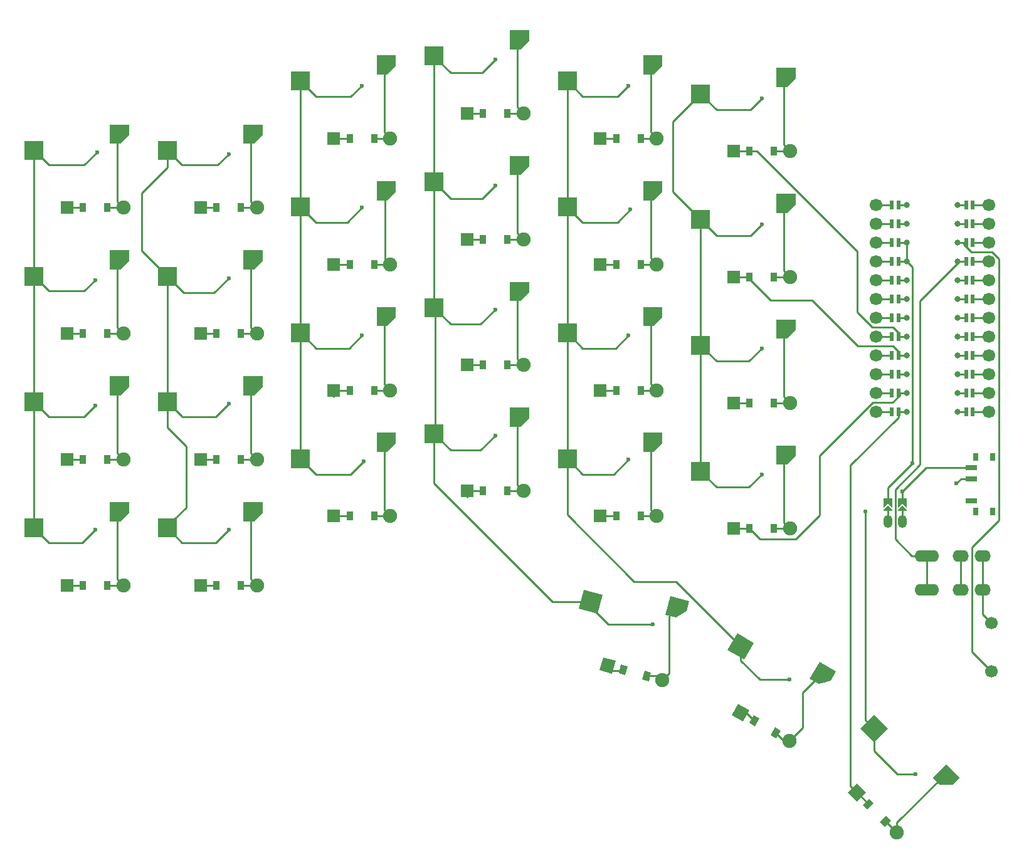
<source format=gtl>
G04 #@! TF.GenerationSoftware,KiCad,Pcbnew,8.0.8+1*
G04 #@! TF.CreationDate,2025-03-13T20:36:31+00:00*
G04 #@! TF.ProjectId,board,626f6172-642e-46b6-9963-61645f706362,0.1*
G04 #@! TF.SameCoordinates,Original*
G04 #@! TF.FileFunction,Copper,L1,Top*
G04 #@! TF.FilePolarity,Positive*
%FSLAX46Y46*%
G04 Gerber Fmt 4.6, Leading zero omitted, Abs format (unit mm)*
G04 Created by KiCad (PCBNEW 8.0.8+1) date 2025-03-13 20:36:31*
%MOMM*%
%LPD*%
G01*
G04 APERTURE LIST*
G04 #@! TA.AperFunction,ComponentPad*
%ADD10R,1.778000X1.778000*%
G04 #@! TD*
G04 #@! TA.AperFunction,SMDPad,CuDef*
%ADD11R,0.900000X1.200000*%
G04 #@! TD*
G04 #@! TA.AperFunction,ComponentPad*
%ADD12C,1.905000*%
G04 #@! TD*
G04 #@! TA.AperFunction,ComponentPad*
%ADD13O,1.200000X1.750000*%
G04 #@! TD*
G04 #@! TA.AperFunction,ComponentPad*
%ADD14C,1.700000*%
G04 #@! TD*
G04 #@! TA.AperFunction,SMDPad,CuDef*
%ADD15R,0.800000X1.000000*%
G04 #@! TD*
G04 #@! TA.AperFunction,SMDPad,CuDef*
%ADD16R,1.500000X0.700000*%
G04 #@! TD*
G04 #@! TA.AperFunction,SMDPad,CuDef*
%ADD17R,0.600000X1.200000*%
G04 #@! TD*
G04 #@! TA.AperFunction,ComponentPad*
%ADD18C,0.800000*%
G04 #@! TD*
G04 #@! TA.AperFunction,ComponentPad*
%ADD19O,2.200000X1.600000*%
G04 #@! TD*
G04 #@! TA.AperFunction,ComponentPad*
%ADD20O,3.300000X1.600000*%
G04 #@! TD*
G04 #@! TA.AperFunction,SMDPad,CuDef*
%ADD21R,2.600000X2.600000*%
G04 #@! TD*
G04 #@! TA.AperFunction,ViaPad*
%ADD22C,0.600000*%
G04 #@! TD*
G04 #@! TA.AperFunction,ViaPad*
%ADD23C,0.560000*%
G04 #@! TD*
G04 #@! TA.AperFunction,Conductor*
%ADD24C,0.250000*%
G04 #@! TD*
G04 APERTURE END LIST*
D10*
X136190000Y-112350000D03*
D11*
X138350000Y-112350000D03*
X141650000Y-112350000D03*
D12*
X143810000Y-112350000D03*
D10*
X118190000Y-127650000D03*
D11*
X120350000Y-127650000D03*
X123650000Y-127650000D03*
D12*
X125810000Y-127650000D03*
G04 #@! TA.AperFunction,SMDPad,CuDef*
G36*
X159600000Y-143534000D02*
G01*
X159000000Y-142934000D01*
X158400000Y-143534000D01*
X158400000Y-142284000D01*
X159600000Y-142284000D01*
X159600000Y-143534000D01*
G37*
G04 #@! TD.AperFunction*
G04 #@! TA.AperFunction,SMDPad,CuDef*
G36*
X157600000Y-143534000D02*
G01*
X157000000Y-142934000D01*
X156400000Y-143534000D01*
X156400000Y-142284000D01*
X157600000Y-142284000D01*
X157600000Y-143534000D01*
G37*
G04 #@! TD.AperFunction*
D13*
X159000000Y-145350000D03*
X157000000Y-145350000D03*
G04 #@! TA.AperFunction,SMDPad,CuDef*
G36*
X159600000Y-143750000D02*
G01*
X159600000Y-143950000D01*
X158400000Y-143950000D01*
X158400000Y-143750000D01*
X159000000Y-143150000D01*
X159600000Y-143750000D01*
G37*
G04 #@! TD.AperFunction*
G04 #@! TA.AperFunction,SMDPad,CuDef*
G36*
X157600000Y-143750000D02*
G01*
X157600000Y-143950000D01*
X156400000Y-143950000D01*
X156400000Y-143750000D01*
X157000000Y-143150000D01*
X157600000Y-143750000D01*
G37*
G04 #@! TD.AperFunction*
D10*
X46190000Y-137000000D03*
D11*
X48350000Y-137000000D03*
X51650000Y-137000000D03*
D12*
X53810000Y-137000000D03*
D10*
X82190000Y-144650000D03*
D11*
X84350000Y-144650000D03*
X87650000Y-144650000D03*
D12*
X89810000Y-144650000D03*
D10*
X136190000Y-146350000D03*
D11*
X138350000Y-146350000D03*
X141650000Y-146350000D03*
D12*
X143810000Y-146350000D03*
G04 #@! TA.AperFunction,ComponentPad*
G36*
X151569787Y-181996623D02*
G01*
X152827023Y-180739387D01*
X154084259Y-181996623D01*
X152827023Y-183253859D01*
X151569787Y-181996623D01*
G37*
G04 #@! TD.AperFunction*
G04 #@! TA.AperFunction,SMDPad,CuDef*
G36*
X153611912Y-183630040D02*
G01*
X154460440Y-182781512D01*
X155096836Y-183417908D01*
X154248308Y-184266436D01*
X153611912Y-183630040D01*
G37*
G04 #@! TD.AperFunction*
G04 #@! TA.AperFunction,SMDPad,CuDef*
G36*
X155945364Y-185963492D02*
G01*
X156793892Y-185114964D01*
X157430288Y-185751360D01*
X156581760Y-186599888D01*
X155945364Y-185963492D01*
G37*
G04 #@! TD.AperFunction*
X158215177Y-187384777D03*
D10*
X82190000Y-93650000D03*
D11*
X84350000Y-93650000D03*
X87650000Y-93650000D03*
D12*
X89810000Y-93650000D03*
D10*
X136190000Y-95350000D03*
D11*
X138350000Y-95350000D03*
X141650000Y-95350000D03*
D12*
X143810000Y-95350000D03*
D10*
X82190000Y-110650000D03*
D11*
X84350000Y-110650000D03*
X87650000Y-110650000D03*
D12*
X89810000Y-110650000D03*
D10*
X64190000Y-103000000D03*
D11*
X66350000Y-103000000D03*
X69650000Y-103000000D03*
D12*
X71810000Y-103000000D03*
D10*
X64190000Y-154000000D03*
D11*
X66350000Y-154000000D03*
X69650000Y-154000000D03*
D12*
X71810000Y-154000000D03*
D14*
X171000000Y-165600000D03*
X171000000Y-159100000D03*
D15*
X168915000Y-136700000D03*
X168915000Y-144000000D03*
X171125000Y-136700000D03*
X171125000Y-144000000D03*
D16*
X168265000Y-142600000D03*
X168265000Y-139600000D03*
X168265000Y-138100000D03*
D10*
X64190000Y-137000000D03*
D11*
X66350000Y-137000000D03*
X69650000Y-137000000D03*
D12*
X71810000Y-137000000D03*
D10*
X118190000Y-144650000D03*
D11*
X120350000Y-144650000D03*
X123650000Y-144650000D03*
D12*
X125810000Y-144650000D03*
G04 #@! TA.AperFunction,ComponentPad*
G36*
X135916946Y-171531997D02*
G01*
X136805946Y-169992203D01*
X138345740Y-170881203D01*
X137456740Y-172420997D01*
X135916946Y-171531997D01*
G37*
G04 #@! TD.AperFunction*
G04 #@! TA.AperFunction,SMDPad,CuDef*
G36*
X138312247Y-172581215D02*
G01*
X138912247Y-171541985D01*
X139691669Y-171991985D01*
X139091669Y-173031215D01*
X138312247Y-172581215D01*
G37*
G04 #@! TD.AperFunction*
G04 #@! TA.AperFunction,SMDPad,CuDef*
G36*
X141170131Y-174231215D02*
G01*
X141770131Y-173191985D01*
X142549553Y-173641985D01*
X141949553Y-174681215D01*
X141170131Y-174231215D01*
G37*
G04 #@! TD.AperFunction*
X143730457Y-175016600D03*
D17*
X168480000Y-102650000D03*
D14*
X170620000Y-102650000D03*
D17*
X168480000Y-105190000D03*
D14*
X170620000Y-105190000D03*
D17*
X168480000Y-107730000D03*
D14*
X170620000Y-107730000D03*
D17*
X168480000Y-110270000D03*
D14*
X170620000Y-110270000D03*
D17*
X168480000Y-112810000D03*
D14*
X170620000Y-112810000D03*
D17*
X168480000Y-115350000D03*
D14*
X170620000Y-115350000D03*
D17*
X168480000Y-117890000D03*
D14*
X170620000Y-117890000D03*
D17*
X168480000Y-120430000D03*
D14*
X170620000Y-120430000D03*
D17*
X168480000Y-122970000D03*
D14*
X170620000Y-122970000D03*
D17*
X168480000Y-125510000D03*
D14*
X170620000Y-125510000D03*
D17*
X168480000Y-128050000D03*
D14*
X170620000Y-128050000D03*
D17*
X168480000Y-130590000D03*
D14*
X170620000Y-130590000D03*
X155380000Y-130590000D03*
D17*
X157520000Y-130590000D03*
D14*
X155380000Y-128050000D03*
D17*
X157520000Y-128050000D03*
D14*
X155380000Y-125510000D03*
D17*
X157520000Y-125510000D03*
D14*
X155380000Y-122970000D03*
D17*
X157520000Y-122970000D03*
D14*
X155380000Y-120430000D03*
D17*
X157520000Y-120430000D03*
D14*
X155380000Y-117890000D03*
D17*
X157520000Y-117890000D03*
D14*
X155380000Y-115350000D03*
D17*
X157520000Y-115350000D03*
D14*
X155380000Y-112810000D03*
D17*
X157520000Y-112810000D03*
D14*
X155380000Y-110270000D03*
D17*
X157520000Y-110270000D03*
D14*
X155380000Y-107730000D03*
D17*
X157520000Y-107730000D03*
D14*
X155380000Y-105190000D03*
D17*
X157520000Y-105190000D03*
D14*
X155380000Y-102650000D03*
D17*
X157520000Y-102650000D03*
D18*
X166400000Y-102650000D03*
D17*
X167580000Y-102650000D03*
D18*
X166400000Y-105190000D03*
D17*
X167580000Y-105190000D03*
D18*
X166400000Y-107730000D03*
D17*
X167580000Y-107730000D03*
D18*
X166400000Y-110270000D03*
D17*
X167580000Y-110270000D03*
D18*
X166400000Y-112810000D03*
D17*
X167580000Y-112810000D03*
D18*
X166400000Y-115350000D03*
D17*
X167580000Y-115350000D03*
D18*
X166400000Y-117890000D03*
D17*
X167580000Y-117890000D03*
D18*
X166400000Y-120430000D03*
D17*
X167580000Y-120430000D03*
D18*
X166400000Y-122970000D03*
D17*
X167580000Y-122970000D03*
D18*
X166400000Y-125510000D03*
D17*
X167580000Y-125510000D03*
D18*
X166400000Y-128050000D03*
D17*
X167580000Y-128050000D03*
D18*
X166400000Y-130590000D03*
D17*
X167580000Y-130590000D03*
X158420000Y-130590000D03*
D18*
X159600000Y-130590000D03*
D17*
X158420000Y-128050000D03*
D18*
X159600000Y-128050000D03*
D17*
X158420000Y-125510000D03*
D18*
X159600000Y-125510000D03*
D17*
X158420000Y-122970000D03*
D18*
X159600000Y-122970000D03*
D17*
X158420000Y-120430000D03*
D18*
X159600000Y-120430000D03*
D17*
X158420000Y-117890000D03*
D18*
X159600000Y-117890000D03*
D17*
X158420000Y-115350000D03*
D18*
X159600000Y-115350000D03*
D17*
X158420000Y-112810000D03*
D18*
X159600000Y-112810000D03*
D17*
X158420000Y-110270000D03*
D18*
X159600000Y-110270000D03*
D17*
X158420000Y-107730000D03*
D18*
X159600000Y-107730000D03*
D17*
X158420000Y-105190000D03*
D18*
X159600000Y-105190000D03*
D17*
X158420000Y-102650000D03*
D18*
X159600000Y-102650000D03*
D10*
X82190000Y-127650000D03*
D11*
X84350000Y-127650000D03*
X87650000Y-127650000D03*
D12*
X89810000Y-127650000D03*
D10*
X100190000Y-90250000D03*
D11*
X102350000Y-90250000D03*
X105650000Y-90250000D03*
D12*
X107810000Y-90250000D03*
D10*
X46190000Y-103000000D03*
D11*
X48350000Y-103000000D03*
X51650000Y-103000000D03*
D12*
X53810000Y-103000000D03*
D10*
X136190000Y-129350000D03*
D11*
X138350000Y-129350000D03*
X141650000Y-129350000D03*
D12*
X143810000Y-129350000D03*
D10*
X100190000Y-141250000D03*
D11*
X102350000Y-141250000D03*
X105650000Y-141250000D03*
D12*
X107810000Y-141250000D03*
G04 #@! TA.AperFunction,ComponentPad*
G36*
X118089025Y-165475216D02*
G01*
X118549205Y-163757800D01*
X120266621Y-164217980D01*
X119806441Y-165935396D01*
X118089025Y-165475216D01*
G37*
G04 #@! TD.AperFunction*
G04 #@! TA.AperFunction,SMDPad,CuDef*
G36*
X120674264Y-165868737D02*
G01*
X120984847Y-164709626D01*
X121854180Y-164942563D01*
X121543597Y-166101674D01*
X120674264Y-165868737D01*
G37*
G04 #@! TD.AperFunction*
G04 #@! TA.AperFunction,SMDPad,CuDef*
G36*
X123861820Y-166722837D02*
G01*
X124172403Y-165563726D01*
X125041736Y-165796663D01*
X124731153Y-166955774D01*
X123861820Y-166722837D01*
G37*
G04 #@! TD.AperFunction*
X126538177Y-166818802D03*
D10*
X46190000Y-120000000D03*
D11*
X48350000Y-120000000D03*
X51650000Y-120000000D03*
D12*
X53810000Y-120000000D03*
D10*
X118190000Y-93650000D03*
D11*
X120350000Y-93650000D03*
X123650000Y-93650000D03*
D12*
X125810000Y-93650000D03*
D10*
X100190000Y-107250000D03*
D11*
X102350000Y-107250000D03*
X105650000Y-107250000D03*
D12*
X107810000Y-107250000D03*
D10*
X100190000Y-124250000D03*
D11*
X102350000Y-124250000D03*
X105650000Y-124250000D03*
D12*
X107810000Y-124250000D03*
D10*
X64190000Y-120000000D03*
D11*
X66350000Y-120000000D03*
X69650000Y-120000000D03*
D12*
X71810000Y-120000000D03*
D10*
X118190000Y-110650000D03*
D11*
X120350000Y-110650000D03*
X123650000Y-110650000D03*
D12*
X125810000Y-110650000D03*
D19*
X169800000Y-150050000D03*
X169800000Y-154650000D03*
X166800000Y-150050000D03*
X166800000Y-154650000D03*
D20*
X162250000Y-150050000D03*
X162250000Y-154650000D03*
D10*
X46190000Y-154000000D03*
D11*
X48350000Y-154000000D03*
X51650000Y-154000000D03*
D12*
X53810000Y-154000000D03*
G04 #@! TA.AperFunction,SMDPad,CuDef*
G36*
X105975000Y-130000000D02*
G01*
X108575000Y-130000000D01*
X108575000Y-131417000D01*
X107392000Y-132600000D01*
X105975000Y-132600000D01*
X105975000Y-130000000D01*
G37*
G04 #@! TD.AperFunction*
D21*
X95725000Y-133500000D03*
G04 #@! TA.AperFunction,SMDPad,CuDef*
G36*
X51975000Y-142750000D02*
G01*
X54575000Y-142750000D01*
X54575000Y-144167000D01*
X53392000Y-145350000D01*
X51975000Y-145350000D01*
X51975000Y-142750000D01*
G37*
G04 #@! TD.AperFunction*
X41725000Y-146250000D03*
G04 #@! TA.AperFunction,SMDPad,CuDef*
G36*
X141975000Y-135100000D02*
G01*
X144575000Y-135100000D01*
X144575000Y-136517000D01*
X143392000Y-137700000D01*
X141975000Y-137700000D01*
X141975000Y-135100000D01*
G37*
G04 #@! TD.AperFunction*
X131725000Y-138600000D03*
G04 #@! TA.AperFunction,SMDPad,CuDef*
G36*
X123975000Y-133400000D02*
G01*
X126575000Y-133400000D01*
X126575000Y-134817000D01*
X125392000Y-136000000D01*
X123975000Y-136000000D01*
X123975000Y-133400000D01*
G37*
G04 #@! TD.AperFunction*
X113725000Y-136900000D03*
G04 #@! TA.AperFunction,SMDPad,CuDef*
G36*
X87975000Y-133400000D02*
G01*
X90575000Y-133400000D01*
X90575000Y-134817000D01*
X89392000Y-136000000D01*
X87975000Y-136000000D01*
X87975000Y-133400000D01*
G37*
G04 #@! TD.AperFunction*
X77725000Y-136900000D03*
G04 #@! TA.AperFunction,SMDPad,CuDef*
G36*
X105975000Y-96000000D02*
G01*
X108575000Y-96000000D01*
X108575000Y-97417000D01*
X107392000Y-98600000D01*
X105975000Y-98600000D01*
X105975000Y-96000000D01*
G37*
G04 #@! TD.AperFunction*
X95725000Y-99500000D03*
G04 #@! TA.AperFunction,SMDPad,CuDef*
G36*
X123975000Y-116400000D02*
G01*
X126575000Y-116400000D01*
X126575000Y-117817000D01*
X125392000Y-119000000D01*
X123975000Y-119000000D01*
X123975000Y-116400000D01*
G37*
G04 #@! TD.AperFunction*
X113725000Y-119900000D03*
G04 #@! TA.AperFunction,SMDPad,CuDef*
G36*
X147766300Y-164356316D02*
G01*
X150017966Y-165656316D01*
X149309466Y-166883474D01*
X147693458Y-167316482D01*
X146466300Y-166607982D01*
X147766300Y-164356316D01*
G37*
G04 #@! TD.AperFunction*
G04 #@! TA.AperFunction,SMDPad,CuDef*
G36*
X135363707Y-162738238D02*
G01*
X136663707Y-160486572D01*
X138915373Y-161786572D01*
X137615373Y-164038238D01*
X135363707Y-162738238D01*
G37*
G04 #@! TD.AperFunction*
G04 #@! TA.AperFunction,SMDPad,CuDef*
G36*
X123975000Y-99400000D02*
G01*
X126575000Y-99400000D01*
X126575000Y-100817000D01*
X125392000Y-102000000D01*
X123975000Y-102000000D01*
X123975000Y-99400000D01*
G37*
G04 #@! TD.AperFunction*
X113725000Y-102900000D03*
G04 #@! TA.AperFunction,SMDPad,CuDef*
G36*
X87975000Y-116400000D02*
G01*
X90575000Y-116400000D01*
X90575000Y-117817000D01*
X89392000Y-119000000D01*
X87975000Y-119000000D01*
X87975000Y-116400000D01*
G37*
G04 #@! TD.AperFunction*
X77725000Y-119900000D03*
G04 #@! TA.AperFunction,SMDPad,CuDef*
G36*
X87975000Y-99400000D02*
G01*
X90575000Y-99400000D01*
X90575000Y-100817000D01*
X89392000Y-102000000D01*
X87975000Y-102000000D01*
X87975000Y-99400000D01*
G37*
G04 #@! TD.AperFunction*
X77725000Y-102900000D03*
G04 #@! TA.AperFunction,SMDPad,CuDef*
G36*
X141975000Y-118100000D02*
G01*
X144575000Y-118100000D01*
X144575000Y-119517000D01*
X143392000Y-120700000D01*
X141975000Y-120700000D01*
X141975000Y-118100000D01*
G37*
G04 #@! TD.AperFunction*
X131725000Y-121600000D03*
G04 #@! TA.AperFunction,SMDPad,CuDef*
G36*
X51975000Y-125750000D02*
G01*
X54575000Y-125750000D01*
X54575000Y-127167000D01*
X53392000Y-128350000D01*
X51975000Y-128350000D01*
X51975000Y-125750000D01*
G37*
G04 #@! TD.AperFunction*
X41725000Y-129250000D03*
G04 #@! TA.AperFunction,SMDPad,CuDef*
G36*
X123975000Y-82400000D02*
G01*
X126575000Y-82400000D01*
X126575000Y-83817000D01*
X125392000Y-85000000D01*
X123975000Y-85000000D01*
X123975000Y-82400000D01*
G37*
G04 #@! TD.AperFunction*
X113725000Y-85900000D03*
G04 #@! TA.AperFunction,SMDPad,CuDef*
G36*
X87975000Y-82400000D02*
G01*
X90575000Y-82400000D01*
X90575000Y-83817000D01*
X89392000Y-85000000D01*
X87975000Y-85000000D01*
X87975000Y-82400000D01*
G37*
G04 #@! TD.AperFunction*
X77725000Y-85900000D03*
G04 #@! TA.AperFunction,SMDPad,CuDef*
G36*
X69975000Y-125750000D02*
G01*
X72575000Y-125750000D01*
X72575000Y-127167000D01*
X71392000Y-128350000D01*
X69975000Y-128350000D01*
X69975000Y-125750000D01*
G37*
G04 #@! TD.AperFunction*
X59725000Y-129250000D03*
G04 #@! TA.AperFunction,SMDPad,CuDef*
G36*
X105975000Y-113000000D02*
G01*
X108575000Y-113000000D01*
X108575000Y-114417000D01*
X107392000Y-115600000D01*
X105975000Y-115600000D01*
X105975000Y-113000000D01*
G37*
G04 #@! TD.AperFunction*
X95725000Y-116500000D03*
G04 #@! TA.AperFunction,SMDPad,CuDef*
G36*
X69975000Y-91750000D02*
G01*
X72575000Y-91750000D01*
X72575000Y-93167000D01*
X71392000Y-94350000D01*
X69975000Y-94350000D01*
X69975000Y-91750000D01*
G37*
G04 #@! TD.AperFunction*
X59725000Y-95250000D03*
G04 #@! TA.AperFunction,SMDPad,CuDef*
G36*
X51975000Y-108750000D02*
G01*
X54575000Y-108750000D01*
X54575000Y-110167000D01*
X53392000Y-111350000D01*
X51975000Y-111350000D01*
X51975000Y-108750000D01*
G37*
G04 #@! TD.AperFunction*
X41725000Y-112250000D03*
G04 #@! TA.AperFunction,SMDPad,CuDef*
G36*
X141975000Y-101100000D02*
G01*
X144575000Y-101100000D01*
X144575000Y-102517000D01*
X143392000Y-103700000D01*
X141975000Y-103700000D01*
X141975000Y-101100000D01*
G37*
G04 #@! TD.AperFunction*
X131725000Y-104600000D03*
G04 #@! TA.AperFunction,SMDPad,CuDef*
G36*
X127677441Y-155477206D02*
G01*
X130188848Y-156150135D01*
X129822102Y-157518852D01*
X128373229Y-158355359D01*
X127004512Y-157988613D01*
X127677441Y-155477206D01*
G37*
G04 #@! TD.AperFunction*
G04 #@! TA.AperFunction,SMDPad,CuDef*
G36*
X115278667Y-157124290D02*
G01*
X115951596Y-154612883D01*
X118463003Y-155285812D01*
X117790074Y-157797219D01*
X115278667Y-157124290D01*
G37*
G04 #@! TD.AperFunction*
G04 #@! TA.AperFunction,SMDPad,CuDef*
G36*
X51975000Y-91750000D02*
G01*
X54575000Y-91750000D01*
X54575000Y-93167000D01*
X53392000Y-94350000D01*
X51975000Y-94350000D01*
X51975000Y-91750000D01*
G37*
G04 #@! TD.AperFunction*
X41725000Y-95250000D03*
G04 #@! TA.AperFunction,SMDPad,CuDef*
G36*
X69975000Y-108750000D02*
G01*
X72575000Y-108750000D01*
X72575000Y-110167000D01*
X71392000Y-111350000D01*
X69975000Y-111350000D01*
X69975000Y-108750000D01*
G37*
G04 #@! TD.AperFunction*
X59725000Y-112250000D03*
G04 #@! TA.AperFunction,SMDPad,CuDef*
G36*
X164872560Y-178132311D02*
G01*
X166711038Y-179970789D01*
X165709067Y-180972759D01*
X164036053Y-180972759D01*
X163034082Y-179970789D01*
X164872560Y-178132311D01*
G37*
G04 #@! TD.AperFunction*
G04 #@! TA.AperFunction,SMDPad,CuDef*
G36*
X153311364Y-173359341D02*
G01*
X155149842Y-171520863D01*
X156988320Y-173359341D01*
X155149842Y-175197819D01*
X153311364Y-173359341D01*
G37*
G04 #@! TD.AperFunction*
G04 #@! TA.AperFunction,SMDPad,CuDef*
G36*
X69975000Y-142750000D02*
G01*
X72575000Y-142750000D01*
X72575000Y-144167000D01*
X71392000Y-145350000D01*
X69975000Y-145350000D01*
X69975000Y-142750000D01*
G37*
G04 #@! TD.AperFunction*
X59725000Y-146250000D03*
G04 #@! TA.AperFunction,SMDPad,CuDef*
G36*
X141975000Y-84100000D02*
G01*
X144575000Y-84100000D01*
X144575000Y-85517000D01*
X143392000Y-86700000D01*
X141975000Y-86700000D01*
X141975000Y-84100000D01*
G37*
G04 #@! TD.AperFunction*
X131725000Y-87600000D03*
G04 #@! TA.AperFunction,SMDPad,CuDef*
G36*
X105975000Y-79000000D02*
G01*
X108575000Y-79000000D01*
X108575000Y-80417000D01*
X107392000Y-81600000D01*
X105975000Y-81600000D01*
X105975000Y-79000000D01*
G37*
G04 #@! TD.AperFunction*
X95725000Y-82500000D03*
D22*
X50250000Y-95500000D03*
X50000000Y-129750000D03*
X50000000Y-146500000D03*
X50000000Y-112750000D03*
X160330000Y-137488300D03*
X68000000Y-112500000D03*
X68000000Y-146500000D03*
X68000000Y-129500000D03*
X68000000Y-95750000D03*
X86250000Y-137250000D03*
X86000000Y-86500000D03*
X86000000Y-103000000D03*
X86000000Y-120250000D03*
X104000000Y-133750000D03*
X125250000Y-159250000D03*
X104000000Y-100000000D03*
X104000000Y-83000000D03*
X104000000Y-116750000D03*
X122000000Y-120250000D03*
X143750000Y-166750000D03*
X122000000Y-86500000D03*
X122000000Y-137000000D03*
X122250000Y-103250000D03*
D23*
X153999600Y-144064000D03*
D22*
X140000000Y-139000000D03*
X160750000Y-179500000D03*
X140000000Y-122000000D03*
X140000000Y-105250000D03*
X140000000Y-88250000D03*
X166250000Y-140250000D03*
X159000000Y-141308000D03*
D24*
X51650000Y-154000000D02*
X53810000Y-154000000D01*
X53275000Y-144050000D02*
X53000000Y-144325000D01*
X53000000Y-144325000D02*
X53000000Y-153190000D01*
X53000000Y-153190000D02*
X53810000Y-154000000D01*
X48250000Y-148250000D02*
X43725000Y-148250000D01*
X43725000Y-97250000D02*
X42437400Y-95962400D01*
X42437400Y-112962400D02*
X43725000Y-114250000D01*
X50250000Y-95500000D02*
X48500000Y-97250000D01*
X43725000Y-114250000D02*
X48500000Y-114250000D01*
X167580000Y-112810000D02*
X166400000Y-112810000D01*
X167580000Y-112810000D02*
X166400000Y-112810000D01*
X42437400Y-129962400D02*
X41725000Y-129250000D01*
X50000000Y-129750000D02*
X48500000Y-131250000D01*
X48500000Y-97250000D02*
X43725000Y-97250000D01*
X50000000Y-146500000D02*
X48250000Y-148250000D01*
X41725000Y-112250000D02*
X41725000Y-95250000D01*
X41725000Y-112250000D02*
X42437400Y-112962400D01*
X167580000Y-112810000D02*
X166400000Y-112810000D01*
X41725000Y-129250000D02*
X41725000Y-112250000D01*
X167580000Y-112810000D02*
X166400000Y-112810000D01*
X167580000Y-112810000D02*
X166400000Y-112810000D01*
X42437400Y-95962400D02*
X41725000Y-95250000D01*
X41725000Y-146250000D02*
X41725000Y-129250000D01*
X43725000Y-148250000D02*
X41725000Y-146250000D01*
X43725000Y-131250000D02*
X42437400Y-129962400D01*
X167580000Y-112810000D02*
X166400000Y-112810000D01*
X48500000Y-131250000D02*
X43725000Y-131250000D01*
X48500000Y-114250000D02*
X50000000Y-112750000D01*
X159010000Y-107730000D02*
X159600000Y-107730000D01*
X159600000Y-110270000D02*
X159600000Y-107730000D01*
X158420000Y-110270000D02*
X159010000Y-110270000D01*
X158420000Y-107730000D02*
X159010000Y-107730000D01*
X158420000Y-107730000D02*
X159010000Y-107730000D01*
X157000000Y-140818300D02*
X157000000Y-141957100D01*
X169800000Y-157900000D02*
X171000000Y-159100000D01*
X159010000Y-107730000D02*
X159600000Y-107730000D01*
X160330000Y-111000000D02*
X160330000Y-137488300D01*
X159010000Y-107730000D02*
X159600000Y-107730000D01*
X169800000Y-150050000D02*
X169800000Y-154650000D01*
X158420000Y-107730000D02*
X159010000Y-107730000D01*
X158420000Y-110270000D02*
X159010000Y-110270000D01*
X159010000Y-110270000D02*
X159600000Y-110270000D01*
X167580000Y-105190000D02*
X166400000Y-105190000D01*
X158420000Y-110270000D02*
X159010000Y-110270000D01*
X158420000Y-110270000D02*
X159010000Y-110270000D01*
X159010000Y-110270000D02*
X159600000Y-110270000D01*
X167580000Y-105190000D02*
X166400000Y-105190000D01*
X159010000Y-107730000D02*
X159600000Y-107730000D01*
X169800000Y-154650000D02*
X169800000Y-157900000D01*
X158420000Y-110270000D02*
X159010000Y-110270000D01*
X159600000Y-110270000D02*
X160330000Y-111000000D01*
X158420000Y-107730000D02*
X159010000Y-107730000D01*
X159010000Y-107730000D02*
X159600000Y-107730000D01*
X158420000Y-107730000D02*
X159010000Y-107730000D01*
X167580000Y-105190000D02*
X166400000Y-105190000D01*
X159010000Y-110270000D02*
X159600000Y-110270000D01*
X159010000Y-110270000D02*
X159600000Y-110270000D01*
X160330000Y-137488300D02*
X157000000Y-140818300D01*
X159010000Y-110270000D02*
X159600000Y-110270000D01*
X157000000Y-142534000D02*
X157000000Y-141957100D01*
X159010000Y-110270000D02*
X159600000Y-110270000D01*
X158420000Y-110270000D02*
X159010000Y-110270000D01*
X158420000Y-107730000D02*
X159010000Y-107730000D01*
X159010000Y-107730000D02*
X159600000Y-107730000D01*
X167580000Y-105190000D02*
X166400000Y-105190000D01*
X167580000Y-105190000D02*
X166400000Y-105190000D01*
X167580000Y-105190000D02*
X166400000Y-105190000D01*
X53000000Y-136190000D02*
X53810000Y-137000000D01*
X53275000Y-127050000D02*
X53000000Y-127325000D01*
X53810000Y-137000000D02*
X51650000Y-137000000D01*
X53000000Y-127325000D02*
X53000000Y-136190000D01*
X53275000Y-110050000D02*
X53000000Y-110325000D01*
X53000000Y-119190000D02*
X53810000Y-120000000D01*
X53810000Y-120000000D02*
X51650000Y-120000000D01*
X53000000Y-110325000D02*
X53000000Y-119190000D01*
X53000000Y-93325000D02*
X53000000Y-102190000D01*
X53810000Y-103000000D02*
X51650000Y-103000000D01*
X53275000Y-93050000D02*
X53000000Y-93325000D01*
X53000000Y-102190000D02*
X53810000Y-103000000D01*
X71275000Y-144050000D02*
X71000000Y-144325000D01*
X71810000Y-154000000D02*
X69650000Y-154000000D01*
X71000000Y-144325000D02*
X71000000Y-153190000D01*
X71000000Y-153190000D02*
X71810000Y-154000000D01*
X61725000Y-97250000D02*
X61149800Y-96674800D01*
X66250000Y-148250000D02*
X61725000Y-148250000D01*
X68000000Y-129500000D02*
X66250000Y-131250000D01*
X167580000Y-115350000D02*
X166400000Y-115350000D01*
X62250000Y-135250000D02*
X59725000Y-132725000D01*
X61975000Y-114500000D02*
X60675000Y-113200000D01*
X167580000Y-115350000D02*
X166400000Y-115350000D01*
X60675000Y-147200000D02*
X60675000Y-145075000D01*
X59725000Y-112725200D02*
X59725000Y-129250000D01*
X59725000Y-97525000D02*
X59725000Y-95250000D01*
X61662300Y-131187300D02*
X59725000Y-129250000D01*
X62250000Y-143500000D02*
X62250000Y-135250000D01*
X167580000Y-115350000D02*
X166400000Y-115350000D01*
X167580000Y-115350000D02*
X166400000Y-115350000D01*
X61725000Y-148250000D02*
X60675000Y-147200000D01*
X61725000Y-131250000D02*
X61662300Y-131187300D01*
X59962600Y-112487600D02*
X59725000Y-112725200D01*
X66000000Y-114500000D02*
X61975000Y-114500000D01*
X68000000Y-95750000D02*
X66500000Y-97250000D01*
X56250000Y-108775000D02*
X56250000Y-101000000D01*
X68000000Y-146500000D02*
X66250000Y-148250000D01*
X59962600Y-112487600D02*
X59725000Y-112250000D01*
X56250000Y-101000000D02*
X59725000Y-97525000D01*
X59725000Y-132725000D02*
X59725000Y-129250000D01*
X66500000Y-97250000D02*
X61725000Y-97250000D01*
X167580000Y-115350000D02*
X166400000Y-115350000D01*
X167580000Y-115350000D02*
X166400000Y-115350000D01*
X61149800Y-96674800D02*
X59725000Y-95250000D01*
X68000000Y-112500000D02*
X66000000Y-114500000D01*
X66250000Y-131250000D02*
X61725000Y-131250000D01*
X60675000Y-113200000D02*
X56250000Y-108775000D01*
X60675000Y-113200000D02*
X59962600Y-112487600D01*
X60675000Y-147200000D02*
X59725000Y-146250000D01*
X60675000Y-145075000D02*
X62250000Y-143500000D01*
X71275000Y-127050000D02*
X71000000Y-127325000D01*
X71000000Y-127325000D02*
X71000000Y-136190000D01*
X71000000Y-136190000D02*
X71810000Y-137000000D01*
X71810000Y-137000000D02*
X69650000Y-137000000D01*
X71275000Y-110050000D02*
X71000000Y-110325000D01*
X71000000Y-110325000D02*
X71000000Y-119190000D01*
X71810000Y-120000000D02*
X69650000Y-120000000D01*
X71000000Y-119190000D02*
X71810000Y-120000000D01*
X71810000Y-103000000D02*
X69650000Y-103000000D01*
X71000000Y-102190000D02*
X71810000Y-103000000D01*
X71000000Y-93325000D02*
X71000000Y-102190000D01*
X71275000Y-93050000D02*
X71000000Y-93325000D01*
X89275000Y-134700000D02*
X89000000Y-134975000D01*
X89000000Y-134975000D02*
X89000000Y-143840000D01*
X89000000Y-143840000D02*
X89810000Y-144650000D01*
X89810000Y-144650000D02*
X87650000Y-144650000D01*
X79825000Y-122000000D02*
X78437400Y-120612400D01*
X167580000Y-117890000D02*
X166400000Y-117890000D01*
X84250000Y-122000000D02*
X79825000Y-122000000D01*
X77725000Y-136900000D02*
X77725000Y-119900000D01*
X84500000Y-139000000D02*
X79825000Y-139000000D01*
X167580000Y-117890000D02*
X166400000Y-117890000D01*
X79825000Y-88000000D02*
X84500000Y-88000000D01*
X86000000Y-103000000D02*
X84000000Y-105000000D01*
X167580000Y-117890000D02*
X166400000Y-117890000D01*
X78081200Y-120256200D02*
X77725000Y-119900000D01*
X84500000Y-88000000D02*
X86000000Y-86500000D01*
X78437400Y-120612400D02*
X78081200Y-120256200D01*
X77725000Y-102900000D02*
X77725000Y-85900000D01*
X77725000Y-119900000D02*
X77725000Y-102900000D01*
X79662300Y-104837300D02*
X77725000Y-102900000D01*
X86000000Y-120250000D02*
X84250000Y-122000000D01*
X86250000Y-137250000D02*
X84500000Y-139000000D01*
X167580000Y-117890000D02*
X166400000Y-117890000D01*
X79512400Y-87687400D02*
X79825000Y-88000000D01*
X167580000Y-117890000D02*
X166400000Y-117890000D01*
X79825000Y-139000000D02*
X77725000Y-136900000D01*
X167580000Y-117890000D02*
X166400000Y-117890000D01*
X79825000Y-105000000D02*
X79662300Y-104837300D01*
X77725000Y-85900000D02*
X79512400Y-87687400D01*
X84000000Y-105000000D02*
X79825000Y-105000000D01*
X89000000Y-117975000D02*
X89000000Y-126840000D01*
X89275000Y-117700000D02*
X89000000Y-117975000D01*
X89810000Y-127650000D02*
X87650000Y-127650000D01*
X89000000Y-126840000D02*
X89810000Y-127650000D01*
X89121000Y-109961000D02*
X89810000Y-110650000D01*
X89121000Y-100854000D02*
X89121000Y-109961000D01*
X89810000Y-110650000D02*
X87650000Y-110650000D01*
X89275000Y-100700000D02*
X89121000Y-100854000D01*
X89810000Y-93650000D02*
X87650000Y-93650000D01*
X89000000Y-83975000D02*
X89000000Y-92840000D01*
X89275000Y-83700000D02*
X89000000Y-83975000D01*
X89000000Y-92840000D02*
X89810000Y-93650000D01*
X107810000Y-141250000D02*
X105650000Y-141250000D01*
X107000000Y-140440000D02*
X107000000Y-139900000D01*
X107000000Y-131575000D02*
X107275000Y-131300000D01*
X107810000Y-141250000D02*
X107000000Y-140440000D01*
X107000000Y-139900000D02*
X107000000Y-131575000D01*
X116871000Y-156871000D02*
X116871000Y-156538000D01*
X95725000Y-140225000D02*
X95725000Y-133500000D01*
X95889600Y-116664600D02*
X95725000Y-116500000D01*
X111705051Y-156205051D02*
X95725000Y-140225000D01*
X104000000Y-133750000D02*
X102000000Y-135750000D01*
X104000000Y-116750000D02*
X102000000Y-118750000D01*
X167580000Y-120430000D02*
X166400000Y-120430000D01*
X95725000Y-82500000D02*
X96437400Y-83212400D01*
X167580000Y-120430000D02*
X166400000Y-120430000D01*
X116870800Y-156537800D02*
X116870800Y-156205100D01*
X102250000Y-101750000D02*
X104000000Y-100000000D01*
X102250000Y-84750000D02*
X104000000Y-83000000D01*
X119250000Y-159250000D02*
X116871000Y-156871000D01*
X167580000Y-120430000D02*
X166400000Y-120430000D01*
X102000000Y-135750000D02*
X100875000Y-135750000D01*
X97975000Y-118750000D02*
X95725000Y-116500000D01*
X97975000Y-101750000D02*
X102250000Y-101750000D01*
X100875000Y-135750000D02*
X97975000Y-135750000D01*
X116871000Y-156538000D02*
X116871000Y-156205000D01*
X167580000Y-120430000D02*
X166400000Y-120430000D01*
X125250000Y-159250000D02*
X119250000Y-159250000D01*
X116870835Y-156205051D02*
X111705051Y-156205051D01*
X116871000Y-156538000D02*
X116870800Y-156537800D01*
X167580000Y-120430000D02*
X166400000Y-120430000D01*
X95725000Y-99500000D02*
X95725000Y-82500000D01*
X102000000Y-118750000D02*
X97975000Y-118750000D01*
X167580000Y-120430000D02*
X166400000Y-120430000D01*
X95889600Y-133664600D02*
X95889600Y-116664600D01*
X95889600Y-133664600D02*
X95725000Y-133500000D01*
X95725000Y-116500000D02*
X95725000Y-99500000D01*
X97975000Y-84750000D02*
X102250000Y-84750000D01*
X96437400Y-83212400D02*
X97975000Y-84750000D01*
X95725000Y-99500000D02*
X97975000Y-101750000D01*
X97975000Y-135750000D02*
X95889600Y-133664600D01*
X107000000Y-123440000D02*
X107810000Y-124250000D01*
X107275000Y-114300000D02*
X107000000Y-114575000D01*
X107000000Y-114575000D02*
X107000000Y-123440000D01*
X107810000Y-124250000D02*
X105650000Y-124250000D01*
X107000000Y-106440000D02*
X107810000Y-107250000D01*
X107810000Y-107250000D02*
X105650000Y-107250000D01*
X107275000Y-97300000D02*
X107000000Y-97575000D01*
X107000000Y-97575000D02*
X107000000Y-106440000D01*
X107810000Y-90250000D02*
X105650000Y-90250000D01*
X107000000Y-80575000D02*
X107000000Y-89440000D01*
X107000000Y-89440000D02*
X107810000Y-90250000D01*
X107275000Y-80300000D02*
X107000000Y-80575000D01*
X125810000Y-144650000D02*
X123650000Y-144650000D01*
X125275000Y-134700000D02*
X125000000Y-134975000D01*
X125000000Y-143840000D02*
X125810000Y-144650000D01*
X125000000Y-134975000D02*
X125000000Y-143840000D01*
X113725000Y-144475000D02*
X113725000Y-136900000D01*
X120500000Y-105000000D02*
X115825000Y-105000000D01*
X167580000Y-122970000D02*
X166400000Y-122970000D01*
X137139500Y-163200500D02*
X137139500Y-162262400D01*
X115825000Y-105000000D02*
X114437400Y-103612400D01*
X113725000Y-102900000D02*
X113725000Y-85900000D01*
X113725000Y-119900000D02*
X113725000Y-102900000D01*
X167580000Y-122970000D02*
X166400000Y-122970000D01*
X115825000Y-88000000D02*
X120500000Y-88000000D01*
X122750000Y-153500000D02*
X113725000Y-144475000D01*
X137140000Y-163201000D02*
X137139500Y-163200500D01*
X114437400Y-120612400D02*
X113725000Y-119900000D01*
X115825000Y-122000000D02*
X114437400Y-120612400D01*
X122000000Y-120250000D02*
X120250000Y-122000000D01*
X139750000Y-166750000D02*
X137140000Y-164140000D01*
X167580000Y-122970000D02*
X166400000Y-122970000D01*
X137140000Y-163201000D02*
X137140000Y-162262000D01*
X122000000Y-137000000D02*
X120000000Y-139000000D01*
X115825000Y-139000000D02*
X113725000Y-136900000D01*
X167580000Y-122970000D02*
X166400000Y-122970000D01*
X120500000Y-88000000D02*
X122000000Y-86500000D01*
X120250000Y-122000000D02*
X115825000Y-122000000D01*
X120000000Y-139000000D02*
X115825000Y-139000000D01*
X167580000Y-122970000D02*
X166400000Y-122970000D01*
X113725000Y-136900000D02*
X113725000Y-119900000D01*
X137140000Y-164140000D02*
X137140000Y-163201000D01*
X128377135Y-153500000D02*
X122750000Y-153500000D01*
X167580000Y-122970000D02*
X166400000Y-122970000D01*
X137139540Y-162262405D02*
X128377135Y-153500000D01*
X113725000Y-85900000D02*
X115825000Y-88000000D01*
X113889600Y-103064600D02*
X113725000Y-102900000D01*
X114437400Y-103612400D02*
X113889600Y-103064600D01*
X143750000Y-166750000D02*
X139750000Y-166750000D01*
X122250000Y-103250000D02*
X120500000Y-105000000D01*
X125000000Y-126300000D02*
X125000000Y-117975000D01*
X125000000Y-117975000D02*
X125275000Y-117700000D01*
X125810000Y-127650000D02*
X123650000Y-127650000D01*
X125810000Y-127650000D02*
X125000000Y-126840000D01*
X125000000Y-126840000D02*
X125000000Y-126300000D01*
X125000000Y-109840000D02*
X125810000Y-110650000D01*
X125810000Y-110650000D02*
X123650000Y-110650000D01*
X125275000Y-100700000D02*
X125000000Y-100975000D01*
X125000000Y-100975000D02*
X125000000Y-109840000D01*
X125275000Y-83700000D02*
X125000000Y-83975000D01*
X125810000Y-93650000D02*
X123650000Y-93650000D01*
X125000000Y-92840000D02*
X125810000Y-93650000D01*
X125000000Y-83975000D02*
X125000000Y-92840000D01*
X143000000Y-145540000D02*
X143810000Y-146350000D01*
X143275000Y-136400000D02*
X143000000Y-136675000D01*
X143810000Y-146350000D02*
X141650000Y-146350000D01*
X143000000Y-136675000D02*
X143000000Y-145540000D01*
X167580000Y-125510000D02*
X166400000Y-125510000D01*
X131889600Y-121764600D02*
X131725000Y-121600000D01*
X138250000Y-140750000D02*
X140000000Y-139000000D01*
X133875000Y-123750000D02*
X131889600Y-121764600D01*
X167580000Y-125510000D02*
X166400000Y-125510000D01*
X131725000Y-121600000D02*
X131725000Y-104600000D01*
X167580000Y-125510000D02*
X166400000Y-125510000D01*
X155150000Y-174366600D02*
X155150000Y-176400000D01*
X153999600Y-144064000D02*
X153999600Y-172209100D01*
X140000000Y-105250000D02*
X138500000Y-106750000D01*
X167580000Y-125510000D02*
X166400000Y-125510000D01*
X138500000Y-89750000D02*
X137944300Y-89750000D01*
X131725000Y-121600000D02*
X131725000Y-138600000D01*
X138500000Y-106750000D02*
X137075400Y-106750000D01*
X140000000Y-122000000D02*
X138250000Y-123750000D01*
X133875000Y-89750000D02*
X131725000Y-87600000D01*
X131725000Y-138600000D02*
X133875000Y-140750000D01*
X133875000Y-106750000D02*
X131725000Y-104600000D01*
X140000000Y-88250000D02*
X138500000Y-89750000D01*
X138250000Y-123750000D02*
X133875000Y-123750000D01*
X155150000Y-173359000D02*
X155150000Y-174366600D01*
X128000000Y-100875000D02*
X131725000Y-104600000D01*
X133875000Y-140750000D02*
X138250000Y-140750000D01*
X158250000Y-179500000D02*
X160750000Y-179500000D01*
X155149800Y-173359300D02*
X153999600Y-172209100D01*
X155149800Y-174366400D02*
X155149800Y-173359300D01*
X137075400Y-106750000D02*
X133875000Y-106750000D01*
X155150000Y-174366600D02*
X155149800Y-174366400D01*
X131725000Y-87600000D02*
X128000000Y-91325000D01*
X128000000Y-91325000D02*
X128000000Y-100875000D01*
X137944300Y-89750000D02*
X133875000Y-89750000D01*
X155150000Y-176400000D02*
X158250000Y-179500000D01*
X167580000Y-125510000D02*
X166400000Y-125510000D01*
X167580000Y-125510000D02*
X166400000Y-125510000D01*
X143000000Y-128540000D02*
X143810000Y-129350000D01*
X143810000Y-129350000D02*
X141650000Y-129350000D01*
X143275000Y-119400000D02*
X143000000Y-119675000D01*
X143000000Y-119675000D02*
X143000000Y-128540000D01*
X143810000Y-112350000D02*
X141650000Y-112350000D01*
X143000000Y-102675000D02*
X143000000Y-111540000D01*
X143000000Y-111540000D02*
X143810000Y-112350000D01*
X143275000Y-102400000D02*
X143000000Y-102675000D01*
X143810000Y-95350000D02*
X141650000Y-95350000D01*
X143000000Y-94540000D02*
X143810000Y-95350000D01*
X143000000Y-85675000D02*
X143000000Y-94540000D01*
X143275000Y-85400000D02*
X143000000Y-85675000D01*
X126538200Y-166818800D02*
X126538000Y-166819000D01*
X124462000Y-166250000D02*
X124457000Y-166255000D01*
X128236200Y-157429800D02*
X127500000Y-158166000D01*
X124456600Y-166255000D02*
X124451800Y-166259800D01*
X124457000Y-166255000D02*
X124452000Y-166260000D01*
X127500000Y-165857000D02*
X126538200Y-166818800D01*
X128236200Y-157429800D02*
X128236300Y-157429800D01*
X126538000Y-166819000D02*
X125969000Y-166250000D01*
X127500000Y-158166000D02*
X127500000Y-165857000D01*
X124457000Y-166255000D02*
X124456600Y-166255000D01*
X125969000Y-166250000D02*
X124462000Y-166250000D01*
X128597000Y-157069000D02*
X128236200Y-157429800D01*
X128236300Y-157429800D02*
X128596700Y-157069400D01*
X145500000Y-168500000D02*
X145500000Y-173247000D01*
X148242000Y-166132000D02*
X147868000Y-166132000D01*
X141860000Y-173937000D02*
X141859800Y-173936800D01*
X142940000Y-175017000D02*
X141860000Y-173937000D01*
X148242100Y-166132100D02*
X148242000Y-166132000D01*
X143730500Y-175016500D02*
X143730000Y-175017000D01*
X143730000Y-175017000D02*
X142940000Y-175017000D01*
X145500000Y-173247000D02*
X143730500Y-175016500D01*
X147868000Y-166132000D02*
X145500000Y-168500000D01*
X141859800Y-173936800D02*
X141859800Y-173936600D01*
X143730500Y-175016500D02*
X143730500Y-175016600D01*
X158215000Y-186035000D02*
X158215000Y-186710000D01*
X164279000Y-179971000D02*
X158215000Y-186035000D01*
X158215200Y-186710200D02*
X158215200Y-187384800D01*
X157451500Y-186621000D02*
X156688000Y-185857000D01*
X158215000Y-187385000D02*
X157451500Y-186621000D01*
X157451400Y-186621000D02*
X156687800Y-185857400D01*
X158215000Y-186710000D02*
X158215000Y-187385000D01*
X164873000Y-179971000D02*
X164872400Y-179971000D01*
X158215000Y-186710000D02*
X158215200Y-186710200D01*
X164872400Y-179971000D02*
X164872600Y-179970800D01*
X157451500Y-186621000D02*
X157451400Y-186621000D01*
X164872400Y-179971000D02*
X164279000Y-179971000D01*
X118190000Y-144650000D02*
X120350000Y-144650000D01*
X158620000Y-128050000D02*
X159600000Y-128050000D01*
X144613950Y-147750000D02*
X139750000Y-147750000D01*
X48350000Y-154000000D02*
X46190000Y-154000000D01*
X158420000Y-128050000D02*
X158594800Y-128050000D01*
X158595000Y-128050000D02*
X158620000Y-128050000D01*
X158595000Y-128050000D02*
X158620000Y-128050000D01*
X136190000Y-146350000D02*
X138350000Y-146350000D01*
X158420000Y-128050000D02*
X158594800Y-128050000D01*
X158420000Y-128050000D02*
X158594800Y-128050000D01*
X158620000Y-128050000D02*
X159600000Y-128050000D01*
X158594800Y-128050000D02*
X158595000Y-128050000D01*
X158594800Y-128050000D02*
X158595000Y-128050000D01*
X158594800Y-128340800D02*
X157615600Y-129320000D01*
X158594800Y-128050000D02*
X158594800Y-128340800D01*
X158420000Y-128050000D02*
X158594800Y-128050000D01*
X158594800Y-128050000D02*
X158595000Y-128050000D01*
X100190000Y-142060000D02*
X100190000Y-141250000D01*
X139750000Y-147750000D02*
X138350000Y-146350000D01*
X158620000Y-128050000D02*
X159600000Y-128050000D01*
X100190000Y-141250000D02*
X102350000Y-141250000D01*
X158594800Y-128050000D02*
X158595000Y-128050000D01*
X158620000Y-128050000D02*
X159600000Y-128050000D01*
X154957400Y-129320000D02*
X147805600Y-136471800D01*
X82190000Y-144650000D02*
X84350000Y-144650000D01*
X147805600Y-136471800D02*
X147805600Y-144558350D01*
X158594800Y-128050000D02*
X158595000Y-128050000D01*
X158620000Y-128050000D02*
X159600000Y-128050000D01*
X158595000Y-128050000D02*
X158620000Y-128050000D01*
X66350000Y-154000000D02*
X64190000Y-154000000D01*
X158594800Y-128050000D02*
X158595000Y-128050000D01*
X158595000Y-128050000D02*
X158620000Y-128050000D01*
X157615600Y-129320000D02*
X154957400Y-129320000D01*
X158420000Y-128050000D02*
X158594800Y-128050000D01*
X158420000Y-128050000D02*
X158594800Y-128050000D01*
X158595000Y-128050000D02*
X158620000Y-128050000D01*
X147805600Y-144558350D02*
X144613950Y-147750000D01*
X158595000Y-128050000D02*
X158620000Y-128050000D01*
X158620000Y-128050000D02*
X159600000Y-128050000D01*
X158420000Y-125510000D02*
X159600000Y-125510000D01*
X158420000Y-125510000D02*
X159600000Y-125510000D01*
X66350000Y-137000000D02*
X64190000Y-137000000D01*
X158420000Y-125510000D02*
X159600000Y-125510000D01*
X82190000Y-127650000D02*
X84350000Y-127650000D01*
X158420000Y-125510000D02*
X159600000Y-125510000D01*
X136190000Y-129350000D02*
X138350000Y-129350000D01*
X100190000Y-124250000D02*
X102350000Y-124250000D01*
X82190000Y-128560000D02*
X82190000Y-127650000D01*
X158420000Y-125510000D02*
X159600000Y-125510000D01*
X48350000Y-137000000D02*
X46190000Y-137000000D01*
X158420000Y-125510000D02*
X159600000Y-125510000D01*
X118190000Y-127650000D02*
X120350000Y-127650000D01*
X152934700Y-121700000D02*
X157700000Y-121700000D01*
X82190000Y-110650000D02*
X84350000Y-110650000D01*
X138041100Y-112350000D02*
X138350000Y-112350000D01*
X158420000Y-122970000D02*
X159600000Y-122970000D01*
X158420000Y-122970000D02*
X159600000Y-122970000D01*
X141207100Y-115516000D02*
X146750700Y-115516000D01*
X118190000Y-110650000D02*
X120350000Y-110650000D01*
X146750700Y-115516000D02*
X152934700Y-121700000D01*
X158420000Y-122970000D02*
X159600000Y-122970000D01*
X100190000Y-107250000D02*
X102350000Y-107250000D01*
X157700000Y-121700000D02*
X158420000Y-122420000D01*
X159600000Y-122600000D02*
X159600000Y-122970000D01*
X158420000Y-122420000D02*
X158420000Y-122970000D01*
X138041100Y-112350000D02*
X141207100Y-115516000D01*
X158420000Y-122970000D02*
X159600000Y-122970000D01*
X100190000Y-107810000D02*
X100190000Y-107250000D01*
X158420000Y-122970000D02*
X159600000Y-122970000D01*
X136190000Y-112350000D02*
X138041100Y-112350000D01*
X158420000Y-122970000D02*
X159600000Y-122970000D01*
X48350000Y-120000000D02*
X46190000Y-120000000D01*
X64190000Y-120000000D02*
X66350000Y-120000000D01*
X157660000Y-119160000D02*
X158420000Y-119920000D01*
X46190000Y-103000000D02*
X48350000Y-103000000D01*
X136190000Y-95350000D02*
X138350000Y-95350000D01*
X154903200Y-119160000D02*
X157660000Y-119160000D01*
X136040000Y-95500000D02*
X136190000Y-95350000D01*
X152884000Y-117140800D02*
X154903200Y-119160000D01*
X139357100Y-95350000D02*
X152884000Y-108876900D01*
X138350000Y-95350000D02*
X139357100Y-95350000D01*
X152884000Y-108876900D02*
X152884000Y-117140800D01*
X158420000Y-120430000D02*
X159600000Y-120430000D01*
X64190000Y-103000000D02*
X66350000Y-103000000D01*
X158420000Y-120430000D02*
X159600000Y-120430000D01*
X118190000Y-93650000D02*
X120350000Y-93650000D01*
X158420000Y-120430000D02*
X159600000Y-120430000D01*
X158420000Y-120430000D02*
X159600000Y-120430000D01*
X82190000Y-93650000D02*
X84350000Y-93650000D01*
X100190000Y-90250000D02*
X102350000Y-90250000D01*
X158420000Y-119920000D02*
X158420000Y-120430000D01*
X158420000Y-120430000D02*
X159600000Y-120430000D01*
X158420000Y-120430000D02*
X159600000Y-120430000D01*
X119178000Y-164847000D02*
X119831000Y-165500000D01*
X159010000Y-130590000D02*
X159600000Y-130590000D01*
X158420000Y-131330000D02*
X151967400Y-137782600D01*
X137131700Y-171207000D02*
X137922000Y-171207000D01*
X137131700Y-171207000D02*
X137131300Y-171206600D01*
X159010000Y-130590000D02*
X159600000Y-130590000D01*
X159010000Y-130590000D02*
X159600000Y-130590000D01*
X158420000Y-130590000D02*
X159010000Y-130590000D01*
X121170000Y-165500000D02*
X121264000Y-165406000D01*
X158420000Y-130590000D02*
X159010000Y-130590000D01*
X151967400Y-137782600D02*
X151967400Y-181137000D01*
X154354000Y-183524000D02*
X154354400Y-183524000D01*
X119178000Y-164847000D02*
X119177800Y-164846800D01*
X139002000Y-172286600D02*
X139001800Y-172286800D01*
X158420000Y-130590000D02*
X159010000Y-130590000D01*
X158420000Y-130590000D02*
X159010000Y-130590000D01*
X119177800Y-164846800D02*
X119177800Y-164846600D01*
X159010000Y-130590000D02*
X159600000Y-130590000D01*
X119831000Y-165500000D02*
X121170000Y-165500000D01*
X137922000Y-171207000D02*
X139001800Y-172286800D01*
X158420000Y-130590000D02*
X159010000Y-130590000D01*
X139001800Y-172286800D02*
X139002000Y-172287000D01*
X121264000Y-165406000D02*
X121264200Y-165405800D01*
X159010000Y-130590000D02*
X159600000Y-130590000D01*
X137131000Y-171207000D02*
X137131700Y-171207000D01*
X158420000Y-130590000D02*
X159010000Y-130590000D01*
X121264200Y-165405800D02*
X121264200Y-165405600D01*
X152827000Y-181997000D02*
X154354000Y-183524000D01*
X158420000Y-130590000D02*
X158420000Y-131330000D01*
X151967400Y-181137000D02*
X152827000Y-181996600D01*
X159010000Y-130590000D02*
X159600000Y-130590000D01*
X152827000Y-181996600D02*
X152827000Y-181997000D01*
X167580000Y-102650000D02*
X166400000Y-102650000D01*
X167580000Y-102650000D02*
X166400000Y-102650000D01*
X166250000Y-140250000D02*
X166900000Y-139600000D01*
X167580000Y-102650000D02*
X166400000Y-102650000D01*
X167580000Y-102650000D02*
X166400000Y-102650000D01*
X166900000Y-139600000D02*
X168265000Y-139600000D01*
X167580000Y-102650000D02*
X166400000Y-102650000D01*
X167580000Y-102650000D02*
X166400000Y-102650000D01*
X167580000Y-107730000D02*
X167285000Y-107730000D01*
X167580000Y-107730000D02*
X167285000Y-107730000D01*
X171065400Y-109000000D02*
X172000000Y-109934600D01*
X167580000Y-107730000D02*
X167285000Y-107730000D01*
X172000000Y-145250000D02*
X168353200Y-148896800D01*
X166990000Y-107730000D02*
X166400000Y-107730000D01*
X167580000Y-107730000D02*
X167285000Y-107730000D01*
X166990000Y-107730000D02*
X166400000Y-107730000D01*
X167285000Y-107730000D02*
X166990000Y-107730000D01*
X167285000Y-107997600D02*
X168287400Y-109000000D01*
X167285000Y-107730000D02*
X166990000Y-107730000D01*
X168287400Y-109000000D02*
X171065400Y-109000000D01*
X167285000Y-107730000D02*
X166990000Y-107730000D01*
X167285000Y-107730000D02*
X166990000Y-107730000D01*
X167285000Y-107730000D02*
X166990000Y-107730000D01*
X166990000Y-107730000D02*
X166400000Y-107730000D01*
X167285000Y-107730000D02*
X167285000Y-107997600D01*
X167580000Y-107730000D02*
X167285000Y-107730000D01*
X168353200Y-162953200D02*
X171000000Y-165600000D01*
X167580000Y-107730000D02*
X167285000Y-107730000D01*
X168353200Y-148896800D02*
X168353200Y-162953200D01*
X172000000Y-109934600D02*
X172000000Y-145250000D01*
X166990000Y-107730000D02*
X166400000Y-107730000D01*
X166990000Y-107730000D02*
X166400000Y-107730000D01*
X166990000Y-107730000D02*
X166400000Y-107730000D01*
X167285000Y-107730000D02*
X166990000Y-107730000D01*
X166695000Y-110270000D02*
X166400000Y-110270000D01*
X166695000Y-110270000D02*
X166400000Y-110270000D01*
X167580000Y-110270000D02*
X166990000Y-110270000D01*
X161368100Y-137704200D02*
X158000000Y-141072300D01*
X166990000Y-110270000D02*
X166695000Y-110270000D01*
X166990000Y-110270000D02*
X166695000Y-110270000D01*
X166990000Y-110270000D02*
X166695000Y-110270000D01*
X166695000Y-110270000D02*
X166400000Y-110270000D01*
X158000000Y-147776900D02*
X160273100Y-150050000D01*
X166990000Y-110270000D02*
X166695000Y-110270000D01*
X167580000Y-110270000D02*
X166990000Y-110270000D01*
X166695000Y-110270000D02*
X166400000Y-110270000D01*
X166695000Y-110270000D02*
X161368100Y-115596900D01*
X167580000Y-110270000D02*
X166990000Y-110270000D01*
X166695000Y-110270000D02*
X166400000Y-110270000D01*
X161368100Y-115596900D02*
X161368100Y-137704200D01*
X160273100Y-150050000D02*
X162250000Y-150050000D01*
X167580000Y-110270000D02*
X166990000Y-110270000D01*
X166990000Y-110270000D02*
X166695000Y-110270000D01*
X166990000Y-110270000D02*
X166695000Y-110270000D01*
X167580000Y-110270000D02*
X166990000Y-110270000D01*
X158000000Y-141072300D02*
X158000000Y-147776900D01*
X162250000Y-150050000D02*
X162250000Y-154650000D01*
X166695000Y-110270000D02*
X166400000Y-110270000D01*
X167580000Y-110270000D02*
X166990000Y-110270000D01*
X167580000Y-128050000D02*
X166400000Y-128050000D01*
X167580000Y-128050000D02*
X166400000Y-128050000D01*
X167580000Y-128050000D02*
X166400000Y-128050000D01*
X167580000Y-128050000D02*
X166400000Y-128050000D01*
X167580000Y-128050000D02*
X166400000Y-128050000D01*
X167580000Y-128050000D02*
X166400000Y-128050000D01*
X167580000Y-130590000D02*
X166400000Y-130590000D01*
X167580000Y-130590000D02*
X166400000Y-130590000D01*
X167580000Y-130590000D02*
X166400000Y-130590000D01*
X167580000Y-130590000D02*
X166400000Y-130590000D01*
X167580000Y-130590000D02*
X166400000Y-130590000D01*
X167580000Y-130590000D02*
X166400000Y-130590000D01*
X158420000Y-102650000D02*
X159600000Y-102650000D01*
X158420000Y-102650000D02*
X159600000Y-102650000D01*
X158420000Y-102650000D02*
X159600000Y-102650000D01*
X158420000Y-102650000D02*
X159600000Y-102650000D01*
X158420000Y-102650000D02*
X159600000Y-102650000D01*
X158420000Y-102650000D02*
X159600000Y-102650000D01*
X158420000Y-105190000D02*
X159600000Y-105190000D01*
X158420000Y-105190000D02*
X159600000Y-105190000D01*
X158420000Y-105190000D02*
X159600000Y-105190000D01*
X158420000Y-105190000D02*
X159600000Y-105190000D01*
X158420000Y-105190000D02*
X159600000Y-105190000D01*
X158420000Y-105190000D02*
X159600000Y-105190000D01*
X158420000Y-112810000D02*
X159600000Y-112810000D01*
X158420000Y-112810000D02*
X159600000Y-112810000D01*
X158420000Y-112810000D02*
X159600000Y-112810000D01*
X158420000Y-112810000D02*
X159600000Y-112810000D01*
X158420000Y-112810000D02*
X159600000Y-112810000D01*
X158420000Y-112810000D02*
X159600000Y-112810000D01*
X158420000Y-115350000D02*
X159600000Y-115350000D01*
X158420000Y-115350000D02*
X159600000Y-115350000D01*
X158420000Y-115350000D02*
X159600000Y-115350000D01*
X158420000Y-115350000D02*
X159600000Y-115350000D01*
X158420000Y-115350000D02*
X159600000Y-115350000D01*
X158420000Y-115350000D02*
X159600000Y-115350000D01*
X158420000Y-117890000D02*
X159600000Y-117890000D01*
X158420000Y-117890000D02*
X159600000Y-117890000D01*
X158420000Y-117890000D02*
X159600000Y-117890000D01*
X158420000Y-117890000D02*
X159600000Y-117890000D01*
X158420000Y-117890000D02*
X159600000Y-117890000D01*
X158420000Y-117890000D02*
X159600000Y-117890000D01*
X156440000Y-102650000D02*
X157500000Y-102650000D01*
X156440000Y-102650000D02*
X157500000Y-102650000D01*
X155380000Y-102650000D02*
X156440000Y-102650000D01*
X155380000Y-102650000D02*
X156440000Y-102650000D01*
X157500000Y-102650000D02*
X157520000Y-102650000D01*
X156440000Y-102650000D02*
X157500000Y-102650000D01*
X156440000Y-102650000D02*
X157500000Y-102650000D01*
X156440000Y-102650000D02*
X157500000Y-102650000D01*
X155380000Y-102650000D02*
X156440000Y-102650000D01*
X155380000Y-102650000D02*
X156440000Y-102650000D01*
X155380000Y-102650000D02*
X156440000Y-102650000D01*
X156440000Y-102650000D02*
X157500000Y-102650000D01*
X155380000Y-102650000D02*
X156440000Y-102650000D01*
X168500000Y-102650000D02*
X169560000Y-102650000D01*
X169560000Y-102650000D02*
X170620000Y-102650000D01*
X169560000Y-102650000D02*
X170620000Y-102650000D01*
X169560000Y-102650000D02*
X170620000Y-102650000D01*
X168500000Y-102650000D02*
X169560000Y-102650000D01*
X169560000Y-102650000D02*
X170620000Y-102650000D01*
X168500000Y-102650000D02*
X169560000Y-102650000D01*
X169560000Y-102650000D02*
X170620000Y-102650000D01*
X168500000Y-102650000D02*
X169560000Y-102650000D01*
X168500000Y-102650000D02*
X168480000Y-102650000D01*
X168500000Y-102650000D02*
X169560000Y-102650000D01*
X168500000Y-102650000D02*
X169560000Y-102650000D01*
X169560000Y-102650000D02*
X170620000Y-102650000D01*
X156440000Y-105190000D02*
X157500000Y-105190000D01*
X155380000Y-105190000D02*
X156440000Y-105190000D01*
X156440000Y-105190000D02*
X157500000Y-105190000D01*
X156440000Y-105190000D02*
X157500000Y-105190000D01*
X156440000Y-105190000D02*
X157500000Y-105190000D01*
X155380000Y-105190000D02*
X156440000Y-105190000D01*
X155380000Y-105190000D02*
X156440000Y-105190000D01*
X156440000Y-105190000D02*
X157500000Y-105190000D01*
X155380000Y-105190000D02*
X156440000Y-105190000D01*
X155380000Y-105190000D02*
X156440000Y-105190000D01*
X156440000Y-105190000D02*
X157500000Y-105190000D01*
X155380000Y-105190000D02*
X156440000Y-105190000D01*
X157500000Y-105190000D02*
X157520000Y-105190000D01*
X169560000Y-105190000D02*
X170620000Y-105190000D01*
X169560000Y-105190000D02*
X170620000Y-105190000D01*
X169560000Y-105190000D02*
X170620000Y-105190000D01*
X168500000Y-105190000D02*
X169560000Y-105190000D01*
X169560000Y-105190000D02*
X170620000Y-105190000D01*
X168500000Y-105190000D02*
X169560000Y-105190000D01*
X168500000Y-105190000D02*
X169560000Y-105190000D01*
X169560000Y-105190000D02*
X170620000Y-105190000D01*
X168500000Y-105190000D02*
X169560000Y-105190000D01*
X168500000Y-105190000D02*
X168480000Y-105190000D01*
X168500000Y-105190000D02*
X169560000Y-105190000D01*
X168500000Y-105190000D02*
X169560000Y-105190000D01*
X169560000Y-105190000D02*
X170620000Y-105190000D01*
X155380000Y-107730000D02*
X156440000Y-107730000D01*
X155380000Y-107730000D02*
X156440000Y-107730000D01*
X156440000Y-107730000D02*
X157500000Y-107730000D01*
X156440000Y-107730000D02*
X157500000Y-107730000D01*
X155380000Y-107730000D02*
X156440000Y-107730000D01*
X155380000Y-107730000D02*
X156440000Y-107730000D01*
X155380000Y-107730000D02*
X156440000Y-107730000D01*
X157500000Y-107730000D02*
X157520000Y-107730000D01*
X156440000Y-107730000D02*
X157500000Y-107730000D01*
X155380000Y-107730000D02*
X156440000Y-107730000D01*
X156440000Y-107730000D02*
X157500000Y-107730000D01*
X156440000Y-107730000D02*
X157500000Y-107730000D01*
X156440000Y-107730000D02*
X157500000Y-107730000D01*
X168500000Y-107730000D02*
X169560000Y-107730000D01*
X168500000Y-107730000D02*
X169560000Y-107730000D01*
X169560000Y-107730000D02*
X170620000Y-107730000D01*
X168500000Y-107730000D02*
X169560000Y-107730000D01*
X169560000Y-107730000D02*
X170620000Y-107730000D01*
X168500000Y-107730000D02*
X168480000Y-107730000D01*
X169560000Y-107730000D02*
X170620000Y-107730000D01*
X168500000Y-107730000D02*
X169560000Y-107730000D01*
X169560000Y-107730000D02*
X170620000Y-107730000D01*
X169560000Y-107730000D02*
X170620000Y-107730000D01*
X168500000Y-107730000D02*
X169560000Y-107730000D01*
X168500000Y-107730000D02*
X169560000Y-107730000D01*
X169560000Y-107730000D02*
X170620000Y-107730000D01*
X155380000Y-110270000D02*
X156440000Y-110270000D01*
X156440000Y-110270000D02*
X157500000Y-110270000D01*
X155380000Y-110270000D02*
X156440000Y-110270000D01*
X156440000Y-110270000D02*
X157500000Y-110270000D01*
X156440000Y-110270000D02*
X157500000Y-110270000D01*
X155380000Y-110270000D02*
X156440000Y-110270000D01*
X156440000Y-110270000D02*
X157500000Y-110270000D01*
X155380000Y-110270000D02*
X156440000Y-110270000D01*
X156440000Y-110270000D02*
X157500000Y-110270000D01*
X155380000Y-110270000D02*
X156440000Y-110270000D01*
X155380000Y-110270000D02*
X156440000Y-110270000D01*
X157500000Y-110270000D02*
X157520000Y-110270000D01*
X156440000Y-110270000D02*
X157500000Y-110270000D01*
X168500000Y-110270000D02*
X169560000Y-110270000D01*
X169560000Y-110270000D02*
X170620000Y-110270000D01*
X168500000Y-110270000D02*
X169560000Y-110270000D01*
X169560000Y-110270000D02*
X170620000Y-110270000D01*
X168500000Y-110270000D02*
X169560000Y-110270000D01*
X168500000Y-110270000D02*
X168480000Y-110270000D01*
X168500000Y-110270000D02*
X169560000Y-110270000D01*
X169560000Y-110270000D02*
X170620000Y-110270000D01*
X169560000Y-110270000D02*
X170620000Y-110270000D01*
X169560000Y-110270000D02*
X170620000Y-110270000D01*
X168500000Y-110270000D02*
X169560000Y-110270000D01*
X168500000Y-110270000D02*
X169560000Y-110270000D01*
X169560000Y-110270000D02*
X170620000Y-110270000D01*
X156440000Y-112810000D02*
X157500000Y-112810000D01*
X156440000Y-112810000D02*
X157500000Y-112810000D01*
X156440000Y-112810000D02*
X157500000Y-112810000D01*
X155380000Y-112810000D02*
X156440000Y-112810000D01*
X155380000Y-112810000D02*
X156440000Y-112810000D01*
X156440000Y-112810000D02*
X157500000Y-112810000D01*
X155380000Y-112810000D02*
X156440000Y-112810000D01*
X156440000Y-112810000D02*
X157500000Y-112810000D01*
X155380000Y-112810000D02*
X156440000Y-112810000D01*
X155380000Y-112810000D02*
X156440000Y-112810000D01*
X156440000Y-112810000D02*
X157500000Y-112810000D01*
X155380000Y-112810000D02*
X156440000Y-112810000D01*
X157500000Y-112810000D02*
X157520000Y-112810000D01*
X168500000Y-112810000D02*
X169560000Y-112810000D01*
X168500000Y-112810000D02*
X169560000Y-112810000D01*
X168500000Y-112810000D02*
X169560000Y-112810000D01*
X169560000Y-112810000D02*
X170620000Y-112810000D01*
X168500000Y-112810000D02*
X169560000Y-112810000D01*
X169560000Y-112810000D02*
X170620000Y-112810000D01*
X168500000Y-112810000D02*
X169560000Y-112810000D01*
X168500000Y-112810000D02*
X169560000Y-112810000D01*
X169560000Y-112810000D02*
X170620000Y-112810000D01*
X168500000Y-112810000D02*
X168480000Y-112810000D01*
X169560000Y-112810000D02*
X170620000Y-112810000D01*
X169560000Y-112810000D02*
X170620000Y-112810000D01*
X169560000Y-112810000D02*
X170620000Y-112810000D01*
X156440000Y-115350000D02*
X157500000Y-115350000D01*
X157500000Y-115350000D02*
X157520000Y-115350000D01*
X155380000Y-115350000D02*
X156440000Y-115350000D01*
X156440000Y-115350000D02*
X157500000Y-115350000D01*
X156440000Y-115350000D02*
X157500000Y-115350000D01*
X155380000Y-115350000D02*
X156440000Y-115350000D01*
X155380000Y-115350000D02*
X156440000Y-115350000D01*
X155380000Y-115350000D02*
X156440000Y-115350000D01*
X156440000Y-115350000D02*
X157500000Y-115350000D01*
X156440000Y-115350000D02*
X157500000Y-115350000D01*
X155380000Y-115350000D02*
X156440000Y-115350000D01*
X155380000Y-115350000D02*
X156440000Y-115350000D01*
X156440000Y-115350000D02*
X157500000Y-115350000D01*
X169560000Y-115350000D02*
X170620000Y-115350000D01*
X168500000Y-115350000D02*
X168480000Y-115350000D01*
X168500000Y-115350000D02*
X169560000Y-115350000D01*
X169560000Y-115350000D02*
X170620000Y-115350000D01*
X169560000Y-115350000D02*
X170620000Y-115350000D01*
X168500000Y-115350000D02*
X169560000Y-115350000D01*
X169560000Y-115350000D02*
X170620000Y-115350000D01*
X169560000Y-115350000D02*
X170620000Y-115350000D01*
X169560000Y-115350000D02*
X170620000Y-115350000D01*
X168500000Y-115350000D02*
X169560000Y-115350000D01*
X168500000Y-115350000D02*
X169560000Y-115350000D01*
X168500000Y-115350000D02*
X169560000Y-115350000D01*
X168500000Y-115350000D02*
X169560000Y-115350000D01*
X157500000Y-117890000D02*
X157520000Y-117890000D01*
X155380000Y-117890000D02*
X156440000Y-117890000D01*
X156440000Y-117890000D02*
X157500000Y-117890000D01*
X156440000Y-117890000D02*
X157500000Y-117890000D01*
X156440000Y-117890000D02*
X157500000Y-117890000D01*
X155380000Y-117890000D02*
X156440000Y-117890000D01*
X156440000Y-117890000D02*
X157500000Y-117890000D01*
X155380000Y-117890000D02*
X156440000Y-117890000D01*
X155380000Y-117890000D02*
X156440000Y-117890000D01*
X155380000Y-117890000D02*
X156440000Y-117890000D01*
X156440000Y-117890000D02*
X157500000Y-117890000D01*
X155380000Y-117890000D02*
X156440000Y-117890000D01*
X156440000Y-117890000D02*
X157500000Y-117890000D01*
X169560000Y-117890000D02*
X170620000Y-117890000D01*
X168500000Y-117890000D02*
X169560000Y-117890000D01*
X168500000Y-117890000D02*
X169560000Y-117890000D01*
X168500000Y-117890000D02*
X169560000Y-117890000D01*
X169560000Y-117890000D02*
X170620000Y-117890000D01*
X168500000Y-117890000D02*
X169560000Y-117890000D01*
X168500000Y-117890000D02*
X169560000Y-117890000D01*
X169560000Y-117890000D02*
X170620000Y-117890000D01*
X169560000Y-117890000D02*
X170620000Y-117890000D01*
X168500000Y-117890000D02*
X168480000Y-117890000D01*
X169560000Y-117890000D02*
X170620000Y-117890000D01*
X169560000Y-117890000D02*
X170620000Y-117890000D01*
X168500000Y-117890000D02*
X169560000Y-117890000D01*
X156440000Y-120430000D02*
X157500000Y-120430000D01*
X156440000Y-120430000D02*
X157500000Y-120430000D01*
X155380000Y-120430000D02*
X156440000Y-120430000D01*
X156440000Y-120430000D02*
X157500000Y-120430000D01*
X156440000Y-120430000D02*
X157500000Y-120430000D01*
X155380000Y-120430000D02*
X156440000Y-120430000D01*
X157500000Y-120430000D02*
X157520000Y-120430000D01*
X156440000Y-120430000D02*
X157500000Y-120430000D01*
X155380000Y-120430000D02*
X156440000Y-120430000D01*
X156440000Y-120430000D02*
X157500000Y-120430000D01*
X155380000Y-120430000D02*
X156440000Y-120430000D01*
X155380000Y-120430000D02*
X156440000Y-120430000D01*
X155380000Y-120430000D02*
X156440000Y-120430000D01*
X168500000Y-120430000D02*
X169560000Y-120430000D01*
X168500000Y-120430000D02*
X169560000Y-120430000D01*
X169560000Y-120430000D02*
X170620000Y-120430000D01*
X169560000Y-120430000D02*
X170620000Y-120430000D01*
X168500000Y-120430000D02*
X169560000Y-120430000D01*
X168500000Y-120430000D02*
X169560000Y-120430000D01*
X169560000Y-120430000D02*
X170620000Y-120430000D01*
X168500000Y-120430000D02*
X169560000Y-120430000D01*
X168500000Y-120430000D02*
X169560000Y-120430000D01*
X169560000Y-120430000D02*
X170620000Y-120430000D01*
X169560000Y-120430000D02*
X170620000Y-120430000D01*
X169560000Y-120430000D02*
X170620000Y-120430000D01*
X168500000Y-120430000D02*
X168480000Y-120430000D01*
X156440000Y-122970000D02*
X157500000Y-122970000D01*
X155380000Y-122970000D02*
X156440000Y-122970000D01*
X156440000Y-122970000D02*
X157500000Y-122970000D01*
X156440000Y-122970000D02*
X157500000Y-122970000D01*
X155380000Y-122970000D02*
X156440000Y-122970000D01*
X157500000Y-122970000D02*
X157520000Y-122970000D01*
X156440000Y-122970000D02*
X157500000Y-122970000D01*
X155380000Y-122970000D02*
X156440000Y-122970000D01*
X156440000Y-122970000D02*
X157500000Y-122970000D01*
X156440000Y-122970000D02*
X157500000Y-122970000D01*
X155380000Y-122970000D02*
X156440000Y-122970000D01*
X155380000Y-122970000D02*
X156440000Y-122970000D01*
X155380000Y-122970000D02*
X156440000Y-122970000D01*
X168500000Y-122970000D02*
X169560000Y-122970000D01*
X169560000Y-122970000D02*
X170620000Y-122970000D01*
X169560000Y-122970000D02*
X170620000Y-122970000D01*
X169560000Y-122970000D02*
X170620000Y-122970000D01*
X169560000Y-122970000D02*
X170620000Y-122970000D01*
X169560000Y-122970000D02*
X170620000Y-122970000D01*
X168500000Y-122970000D02*
X169560000Y-122970000D01*
X169560000Y-122970000D02*
X170620000Y-122970000D01*
X168500000Y-122970000D02*
X169560000Y-122970000D01*
X168500000Y-122970000D02*
X169560000Y-122970000D01*
X168500000Y-122970000D02*
X169560000Y-122970000D01*
X168500000Y-122970000D02*
X169560000Y-122970000D01*
X168500000Y-122970000D02*
X168480000Y-122970000D01*
X156440000Y-125510000D02*
X157500000Y-125510000D01*
X155380000Y-125510000D02*
X156440000Y-125510000D01*
X156440000Y-125510000D02*
X157500000Y-125510000D01*
X156440000Y-125510000D02*
X157500000Y-125510000D01*
X157500000Y-125510000D02*
X157520000Y-125510000D01*
X156440000Y-125510000D02*
X157500000Y-125510000D01*
X155380000Y-125510000D02*
X156440000Y-125510000D01*
X156440000Y-125510000D02*
X157500000Y-125510000D01*
X155380000Y-125510000D02*
X156440000Y-125510000D01*
X155380000Y-125510000D02*
X156440000Y-125510000D01*
X155380000Y-125510000D02*
X156440000Y-125510000D01*
X156440000Y-125510000D02*
X157500000Y-125510000D01*
X155380000Y-125510000D02*
X156440000Y-125510000D01*
X169560000Y-125510000D02*
X170620000Y-125510000D01*
X168500000Y-125510000D02*
X169560000Y-125510000D01*
X169560000Y-125510000D02*
X170620000Y-125510000D01*
X168500000Y-125510000D02*
X168480000Y-125510000D01*
X168500000Y-125510000D02*
X169560000Y-125510000D01*
X169560000Y-125510000D02*
X170620000Y-125510000D01*
X169560000Y-125510000D02*
X170620000Y-125510000D01*
X169560000Y-125510000D02*
X170620000Y-125510000D01*
X168500000Y-125510000D02*
X169560000Y-125510000D01*
X168500000Y-125510000D02*
X169560000Y-125510000D01*
X168500000Y-125510000D02*
X169560000Y-125510000D01*
X169560000Y-125510000D02*
X170620000Y-125510000D01*
X168500000Y-125510000D02*
X169560000Y-125510000D01*
X156440000Y-128050000D02*
X157500000Y-128050000D01*
X155380000Y-128050000D02*
X156440000Y-128050000D01*
X156440000Y-128050000D02*
X157500000Y-128050000D01*
X155380000Y-128050000D02*
X156440000Y-128050000D01*
X157500000Y-128050000D02*
X157520000Y-128050000D01*
X156440000Y-128050000D02*
X157500000Y-128050000D01*
X155380000Y-128050000D02*
X156440000Y-128050000D01*
X155380000Y-128050000D02*
X156440000Y-128050000D01*
X156440000Y-128050000D02*
X157500000Y-128050000D01*
X156440000Y-128050000D02*
X157500000Y-128050000D01*
X155380000Y-128050000D02*
X156440000Y-128050000D01*
X155380000Y-128050000D02*
X156440000Y-128050000D01*
X156440000Y-128050000D02*
X157500000Y-128050000D01*
X168500000Y-128050000D02*
X169560000Y-128050000D01*
X169560000Y-128050000D02*
X170620000Y-128050000D01*
X169560000Y-128050000D02*
X170620000Y-128050000D01*
X168500000Y-128050000D02*
X169560000Y-128050000D01*
X168500000Y-128050000D02*
X169560000Y-128050000D01*
X168500000Y-128050000D02*
X169560000Y-128050000D01*
X169560000Y-128050000D02*
X170620000Y-128050000D01*
X169560000Y-128050000D02*
X170620000Y-128050000D01*
X168500000Y-128050000D02*
X168480000Y-128050000D01*
X169560000Y-128050000D02*
X170620000Y-128050000D01*
X168500000Y-128050000D02*
X169560000Y-128050000D01*
X169560000Y-128050000D02*
X170620000Y-128050000D01*
X168500000Y-128050000D02*
X169560000Y-128050000D01*
X155380000Y-130590000D02*
X156440000Y-130590000D01*
X155380000Y-130590000D02*
X156440000Y-130590000D01*
X155380000Y-130590000D02*
X156440000Y-130590000D01*
X156440000Y-130590000D02*
X157500000Y-130590000D01*
X156440000Y-130590000D02*
X157500000Y-130590000D01*
X155380000Y-130590000D02*
X156440000Y-130590000D01*
X156440000Y-130590000D02*
X157500000Y-130590000D01*
X155380000Y-130590000D02*
X156440000Y-130590000D01*
X156440000Y-130590000D02*
X157500000Y-130590000D01*
X156440000Y-130590000D02*
X157500000Y-130590000D01*
X155380000Y-130590000D02*
X156440000Y-130590000D01*
X157500000Y-130590000D02*
X157520000Y-130590000D01*
X156440000Y-130590000D02*
X157500000Y-130590000D01*
X169560000Y-130590000D02*
X170620000Y-130590000D01*
X168500000Y-130590000D02*
X168480000Y-130590000D01*
X169560000Y-130590000D02*
X170620000Y-130590000D01*
X169560000Y-130590000D02*
X170620000Y-130590000D01*
X169560000Y-130590000D02*
X170620000Y-130590000D01*
X168500000Y-130590000D02*
X169560000Y-130590000D01*
X169560000Y-130590000D02*
X170620000Y-130590000D01*
X168500000Y-130590000D02*
X169560000Y-130590000D01*
X169560000Y-130590000D02*
X170620000Y-130590000D01*
X168500000Y-130590000D02*
X169560000Y-130590000D01*
X168500000Y-130590000D02*
X169560000Y-130590000D01*
X168500000Y-130590000D02*
X169560000Y-130590000D01*
X168500000Y-130590000D02*
X169560000Y-130590000D01*
X162208000Y-138100000D02*
X168265000Y-138100000D01*
X159000000Y-142534000D02*
X159000000Y-141308000D01*
X159000000Y-141308000D02*
X162208000Y-138100000D01*
X159000000Y-143550000D02*
X159000000Y-145350000D01*
X159000000Y-143550000D02*
X159000000Y-145350000D01*
X159000000Y-143550000D02*
X159000000Y-145350000D01*
X159000000Y-143550000D02*
X159000000Y-145350000D01*
X159000000Y-143550000D02*
X159000000Y-145350000D01*
X159000000Y-143550000D02*
X159000000Y-145350000D01*
X157000000Y-143550000D02*
X157000000Y-145350000D01*
X157000000Y-143550000D02*
X157000000Y-145350000D01*
X157000000Y-143550000D02*
X157000000Y-145350000D01*
X157000000Y-143550000D02*
X157000000Y-145350000D01*
X157000000Y-143550000D02*
X157000000Y-145350000D01*
X157000000Y-143550000D02*
X157000000Y-145350000D01*
X166800000Y-154650000D02*
X166800000Y-150050000D01*
M02*

</source>
